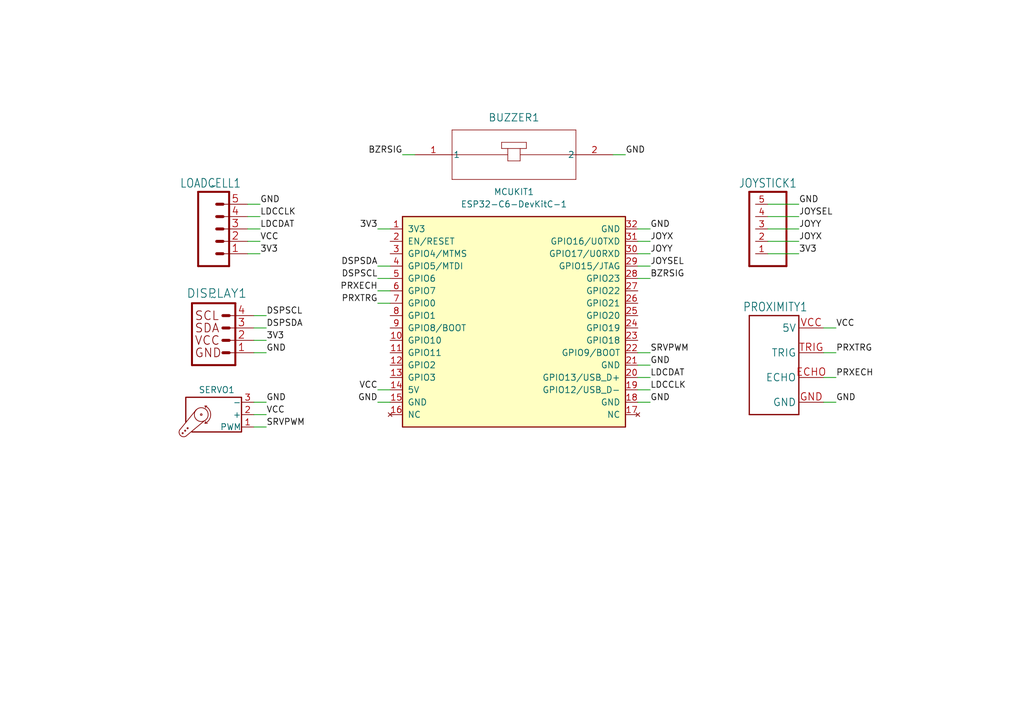
<source format=kicad_sch>
(kicad_sch (version 20250114) (generator "eeschema") (generator_version "9.0")
  (paper "A5")
  (title_block (title "PawPlans - Automatic Pet Feeder") (date "2025-03-14") (rev "0.5.0") (company "Clemson University") (comment 1 "Sriram Vishnubhotla, Logan Swoyer") (comment 2 "Team Happy Pets"))
  (lib_symbols
    (symbol "Espressif:ESP32-C6-DevKitC-1" (pin_names (offset 1.016))
      (property "Reference" "U" (at -22.86 25.4 0))
      (property "Value" "ESP32-C6-DevKitC-1" (at -22.86 22.86 0))
      (symbol "ESP32-C6-DevKitC-1_0_1"
        (rectangle (start -22.86 20.32) (end 22.86 -22.86) (stroke (width 0.254)) (fill (type background)))
      )
      (symbol "ESP32-C6-DevKitC-1_1_0"
        (pin input line (at -25.4 15.24 0) (length 2.54) (name "EN/RESET") (number "2"))
        (pin power_in line (at -25.4 -15.24 0) (length 2.54) (name "5V") (number "14"))
      )
      (symbol "ESP32-C6-DevKitC-1_1_1"
        (pin power_in line (at -25.4 17.78 0) (length 2.54) (name "3V3") (number "1"))
        (pin bidirectional line (at -25.4 12.7 0) (length 2.54) (name "GPIO4/MTMS") (number "3"))
        (pin bidirectional line (at -25.4 10.16 0) (length 2.54) (name "GPIO5/MTDI") (number "4"))
        (pin bidirectional line (at -25.4 7.62 0) (length 2.54) (name "GPIO6") (number "5"))
        (pin bidirectional line (at -25.4 5.08 0) (length 2.54) (name "GPIO7") (number "6"))
        (pin bidirectional line (at -25.4 2.54 0) (length 2.54) (name "GPIO0") (number "7"))
        (pin bidirectional line (at -25.4 0 0) (length 2.54) (name "GPIO1") (number "8"))
        (pin bidirectional line (at -25.4 -2.54 0) (length 2.54) (name "GPIO8/BOOT") (number "9"))
        (pin bidirectional line (at -25.4 -5.08 0) (length 2.54) (name "GPIO10") (number "10"))
        (pin bidirectional line (at -25.4 -7.62 0) (length 2.54) (name "GPIO11") (number "11"))
        (pin bidirectional line (at -25.4 -10.16 0) (length 2.54) (name "GPIO2") (number "12"))
        (pin bidirectional line (at -25.4 -12.7 0) (length 2.54) (name "GPIO3") (number "13"))
        (pin power_in line (at -25.4 -17.78 0) (length 2.54) (name "GND") (number "15"))
        (pin no_connect line (at -25.4 -20.32 0) (length 2.54) (name "NC") (number "16"))
        (pin power_in line (at 25.4 17.78 180) (length 2.54) (name "GND") (number "32"))
        (pin bidirectional line (at 25.4 15.24 180) (length 2.54) (name "GPIO16/U0TXD") (number "31"))
        (pin bidirectional line (at 25.4 12.7 180) (length 2.54) (name "GPIO17/U0RXD") (number "30"))
        (pin bidirectional line (at 25.4 10.16 180) (length 2.54) (name "GPIO15/JTAG") (number "29"))
        (pin bidirectional line (at 25.4 7.62 180) (length 2.54) (name "GPIO23") (number "28"))
        (pin bidirectional line (at 25.4 5.08 180) (length 2.54) (name "GPIO22") (number "27"))
        (pin bidirectional line (at 25.4 2.54 180) (length 2.54) (name "GPIO21") (number "26"))
        (pin bidirectional line (at 25.4 0 180) (length 2.54) (name "GPIO20") (number "25"))
        (pin bidirectional line (at 25.4 -2.54 180) (length 2.54) (name "GPIO19") (number "24"))
        (pin bidirectional line (at 25.4 -5.08 180) (length 2.54) (name "GPIO18") (number "23"))
        (pin bidirectional line (at 25.4 -7.62 180) (length 2.54) (name "GPIO9/BOOT") (number "22"))
        (pin power_in line (at 25.4 -10.16 180) (length 2.54) (name "GND") (number "21"))
        (pin bidirectional line (at 25.4 -12.7 180) (length 2.54) (name "GPIO13/USB_D+") (number "20"))
        (pin bidirectional line (at 25.4 -15.24 180) (length 2.54) (name "GPIO12/USB_D-") (number "19"))
        (pin power_in line (at 25.4 -17.78 180) (length 2.54) (name "GND") (number "18"))
        (pin no_connect line (at 25.4 -20.32 180) (length 2.54) (name "NC") (number "17"))
      )
    )
    (symbol "HC-SR04_1"
      (property "Reference" "J_ULTRASONIC_" (at -7.62 10.922 0))
      (symbol "HC-SR04_1_1_0"
        (polyline (pts (xy -7.62 10.16) (xy -7.62 -10.16)) (stroke (width 0.254)))
        (polyline (pts (xy -7.62 -10.16) (xy 2.54 -10.16)) (stroke (width 0.254)))
        (polyline (pts (xy 2.54 10.16) (xy -7.62 10.16)) (stroke (width 0.254)))
        (polyline (pts (xy 2.54 -10.16) (xy 2.54 10.16)) (stroke (width 0.254)))
        (pin bidirectional line (at -12.7 7.62 0) (length 5.08) (name "GND") (number "GND"))
        (pin bidirectional line (at -12.7 2.54 0) (length 5.08) (name "ECHO") (number "ECHO"))
        (pin bidirectional line (at -12.7 -2.54 0) (length 5.08) (name "TRIG") (number "TRIG"))
        (pin bidirectional line (at -12.7 -7.62 0) (length 5.08) (name "5V") (number "VCC"))
      )
    )
    (symbol "Joystick-512:pinhead_PINHD-1X5"
      (property "Reference" "JOYSTICK1" (at 2.54 2.54 0))
      (property "Value" "JOYSTICK-512" (at 2.54 0 0))
      (symbol "pinhead_PINHD-1X5_1_0"
        (polyline (pts (xy -6.35 7.62) (xy -6.35 -7.62)) (stroke (width 0.4064)))
        (polyline (pts (xy -6.35 -7.62) (xy 1.27 -7.62)) (stroke (width 0.4064)))
        (polyline (pts (xy 1.27 7.62) (xy -6.35 7.62)) (stroke (width 0.4064)))
        (polyline (pts (xy 1.27 -7.62) (xy 1.27 7.62)) (stroke (width 0.4064)))
        (pin power_in line (at -2.54 5.08 0) (length 2.54) (name "VCC") (number "1"))
        (pin bidirectional line (at -2.54 2.54 0) (length 2.54) (name "2") (number "2"))
        (pin bidirectional line (at -2.54 0 0) (length 2.54) (name "3") (number "3"))
        (pin bidirectional line (at -2.54 -2.54 0) (length 2.54) (name "4") (number "4"))
        (pin power_in line (at -2.54 -5.08 0) (length 2.54) (name "5") (number "5"))
      )
    )
    (symbol "Motor:Motor_Servo" (pin_names (offset 0.0254))
      (property "Reference" "M" (at -5.08 4.445 0))
      (property "Value" "Motor_Servo" (at -5.08 -4.064 0))
      (symbol "Motor_Servo_0_1"
        (polyline (pts (xy 2.413 1.778) (xy 1.905 1.778)))
        (polyline (pts (xy 2.413 1.778) (xy 2.286 1.397)))
        (polyline (pts (xy 2.413 -1.778) (xy 2.032 -1.778)))
        (polyline (pts (xy 2.413 -1.778) (xy 2.286 -1.397)))
        (arc (start 2.413 -1.778) (mid 1.2406 0) (end 2.413 1.778))
        (circle (center 3.175 0) (radius 0.1778))
        (circle (center 3.175 0) (radius 1.4224))
        (polyline (pts (xy 5.08 3.556) (xy -5.08 3.556) (xy -5.08 -3.556) (xy 6.35 -3.556) (xy 6.35 1.524)) (stroke (width 0.254)))
        (circle (center 5.969 2.794) (radius 0.127))
        (polyline (pts (xy 6.35 4.445) (xy 2.54 1.27)))
        (circle (center 6.477 3.302) (radius 0.127))
        (arc (start 6.35 4.445) (mid 7.4487 4.2737) (end 7.62 3.175))
        (circle (center 6.985 3.81) (radius 0.127))
        (polyline (pts (xy 7.62 3.175) (xy 4.191 -1.016)))
      )
      (symbol "Motor_Servo_1_1"
        (pin passive line (at -7.62 2.54 0) (length 2.54) (name "PWM") (number "1"))
        (pin passive line (at -7.62 0 0) (length 2.54) (name "+") (number "2"))
        (pin passive line (at -7.62 -2.54 0) (length 2.54) (name "-") (number "3"))
      )
    )
    (symbol "Murata_SMD_Buzzer_PKMCS0909E4000-R1:PKMCS0909E4000-R1" (pin_names (offset 0.254))
      (property "Reference" "X" (at 20.32 10.16 0))
      (property "Value" "PKMCS0909E4000-R1" (at 20.32 7.62 0))
      (symbol "PKMCS0909E4000-R1_0_1"
        (polyline (pts (xy 7.62 5.08) (xy 7.62 -5.08)) (stroke (width 0.127)))
        (polyline (pts (xy 7.62 0) (xy 19.05 0)) (stroke (width 0.127)))
        (polyline (pts (xy 7.62 -5.08) (xy 33.02 -5.08)) (stroke (width 0.127)))
        (polyline (pts (xy 17.78 2.54) (xy 17.78 1.27)) (stroke (width 0.127)))
        (polyline (pts (xy 17.78 2.54) (xy 22.86 2.54)) (stroke (width 0.127)))
        (polyline (pts (xy 19.05 1.27) (xy 19.05 -1.27)) (stroke (width 0.127)))
        (polyline (pts (xy 19.05 -1.27) (xy 21.59 -1.27)) (stroke (width 0.127)))
        (polyline (pts (xy 21.59 0) (xy 33.02 0)) (stroke (width 0.127)))
        (polyline (pts (xy 21.59 -1.27) (xy 21.59 1.27)) (stroke (width 0.127)))
        (polyline (pts (xy 22.86 2.54) (xy 22.86 1.27)) (stroke (width 0.127)))
        (polyline (pts (xy 22.86 1.27) (xy 17.78 1.27)) (stroke (width 0.127)))
        (polyline (pts (xy 33.02 5.08) (xy 7.62 5.08)) (stroke (width 0.127)))
        (polyline (pts (xy 33.02 -5.08) (xy 33.02 5.08)) (stroke (width 0.127)))
        (pin unspecified line (at 0 0 0) (length 7.62) (name "1") (number "1"))
        (pin unspecified line (at 40.64 0 180) (length 7.62) (name "2") (number "2"))
      )
    )
    (symbol "Qwiic_OLED_1.3in:I2C_STANDARD_NO_SILK"
      (property "Reference" "J" (at -5.08 7.874 0))
      (symbol "I2C_STANDARD_NO_SILK_1_0"
        (polyline (pts (xy -5.08 7.62) (xy -5.08 -5.08)) (stroke (width 0.4064)))
        (polyline (pts (xy -5.08 7.62) (xy 3.81 7.62)) (stroke (width 0.4064)))
        (polyline (pts (xy 1.27 5.08) (xy 2.54 5.08)) (stroke (width 0.6096)))
        (polyline (pts (xy 1.27 2.54) (xy 2.54 2.54)) (stroke (width 0.6096)))
        (polyline (pts (xy 1.27 0) (xy 2.54 0)) (stroke (width 0.6096)))
        (polyline (pts (xy 1.27 -2.54) (xy 2.54 -2.54)) (stroke (width 0.6096)))
        (polyline (pts (xy 3.81 -5.08) (xy -5.08 -5.08)) (stroke (width 0.4064)))
        (polyline (pts (xy 3.81 -5.08) (xy 3.81 7.62)) (stroke (width 0.4064)))
        (text "SCL" (at -4.572 5.08 0) (effects (font (size 1.778 1.778)) (justify left)))
        (text "SDA" (at -4.572 2.54 0) (effects (font (size 1.778 1.778)) (justify left)))
        (text "VCC" (at -4.572 0 0) (effects (font (size 1.778 1.778)) (justify left)))
        (text "GND" (at -4.572 -2.54 0) (effects (font (size 1.778 1.778)) (justify left)))
        (pin passive line (at 7.62 5.08 180) (length 5.08) (name "SCL") (number "4"))
        (pin passive line (at 7.62 2.54 180) (length 5.08) (name "SDA") (number "3"))
        (pin power_in line (at 7.62 0 180) (length 5.08) (name "VCC") (number "2"))
        (pin power_in line (at 7.62 -2.54 180) (length 5.08) (name "GND") (number "1"))
      )
    )
    (symbol "SparkFun_HX711_Load_Cell:SPARKFUN-CONNECTORS_M05PTH"
      (property "Reference" "J" (at -2.54 8.382 0))
      (symbol "SPARKFUN-CONNECTORS_M05PTH_1_0"
        (polyline (pts (xy -2.54 7.62) (xy -2.54 -7.62)) (stroke (width 0.4064)))
        (polyline (pts (xy -2.54 7.62) (xy 3.81 7.62)) (stroke (width 0.4064)))
        (polyline (pts (xy 1.27 5.08) (xy 2.54 5.08)) (stroke (width 0.6096)))
        (polyline (pts (xy 1.27 2.54) (xy 2.54 2.54)) (stroke (width 0.6096)))
        (polyline (pts (xy 1.27 0) (xy 2.54 0)) (stroke (width 0.6096)))
        (polyline (pts (xy 1.27 -2.54) (xy 2.54 -2.54)) (stroke (width 0.6096)))
        (polyline (pts (xy 1.27 -5.08) (xy 2.54 -5.08)) (stroke (width 0.6096)))
        (polyline (pts (xy 3.81 -7.62) (xy -2.54 -7.62)) (stroke (width 0.4064)))
        (polyline (pts (xy 3.81 -7.62) (xy 3.81 7.62)) (stroke (width 0.4064)))
        (pin passive line (at 7.62 5.08 180) (length 5.08) (name "5") (number "5"))
        (pin passive line (at 7.62 2.54 180) (length 5.08) (name "4") (number "4"))
        (pin passive line (at 7.62 0 180) (length 5.08) (name "3") (number "3"))
        (pin passive line (at 7.62 -2.54 180) (length 5.08) (name "2") (number "2"))
        (pin passive line (at 7.62 -5.08 180) (length 5.08) (name "1") (number "1"))
      )
    )
  )
  (wire (pts (xy 163.83 52.07) (xy 157.48 52.07)))
  (wire (pts (xy 130.81 74.93) (xy 133.35 74.93)))
  (wire (pts (xy 77.47 46.99) (xy 80.01 46.99)))
  (wire (pts (xy 163.83 44.45) (xy 157.48 44.45)))
  (wire (pts (xy 54.61 85.09) (xy 52.07 85.09)))
  (wire (pts (xy 80.01 62.23) (xy 77.47 62.23)))
  (wire (pts (xy 77.47 54.61) (xy 80.01 54.61)))
  (wire (pts (xy 82.55 31.75) (xy 85.09 31.75)))
  (wire (pts (xy 133.35 49.53) (xy 130.81 49.53)))
  (wire (pts (xy 133.35 46.99) (xy 130.81 46.99)))
  (wire (pts (xy 128.27 31.75) (xy 125.73 31.75)))
  (wire (pts (xy 133.35 82.55) (xy 130.81 82.55)))
  (wire (pts (xy 80.01 59.69) (xy 77.47 59.69)))
  (wire (pts (xy 163.83 49.53) (xy 157.48 49.53)))
  (wire (pts (xy 133.35 80.01) (xy 130.81 80.01)))
  (wire (pts (xy 133.35 52.07) (xy 130.81 52.07)))
  (wire (pts (xy 53.34 49.53) (xy 50.8 49.53)))
  (wire (pts (xy 52.07 64.77) (xy 54.61 64.77)))
  (wire (pts (xy 171.45 77.47) (xy 168.91 77.47)))
  (wire (pts (xy 168.91 72.39) (xy 171.45 72.39)))
  (wire (pts (xy 163.83 46.99) (xy 157.48 46.99)))
  (wire (pts (xy 53.34 46.99) (xy 50.8 46.99)))
  (wire (pts (xy 54.61 82.55) (xy 52.07 82.55)))
  (wire (pts (xy 171.45 82.55) (xy 168.91 82.55)))
  (wire (pts (xy 52.07 67.31) (xy 54.61 67.31)))
  (wire (pts (xy 133.35 72.39) (xy 130.81 72.39)))
  (wire (pts (xy 133.35 77.47) (xy 130.81 77.47)))
  (wire (pts (xy 163.83 41.91) (xy 157.48 41.91)))
  (wire (pts (xy 53.34 41.91) (xy 50.8 41.91)))
  (wire (pts (xy 54.61 87.63) (xy 52.07 87.63)))
  (wire (pts (xy 171.45 67.31) (xy 168.91 67.31)))
  (wire (pts (xy 54.61 69.85) (xy 52.07 69.85)))
  (wire (pts (xy 77.47 82.55) (xy 80.01 82.55)))
  (wire (pts (xy 77.47 57.15) (xy 80.01 57.15)))
  (wire (pts (xy 53.34 52.07) (xy 50.8 52.07)))
  (wire (pts (xy 130.81 57.15) (xy 133.35 57.15)))
  (wire (pts (xy 54.61 72.39) (xy 52.07 72.39)))
  (wire (pts (xy 133.35 54.61) (xy 130.81 54.61)))
  (wire (pts (xy 77.47 80.01) (xy 80.01 80.01)))
  (wire (pts (xy 53.34 44.45) (xy 50.8 44.45)))
  (label "3V3" (at 54.61 69.85 0))
  (label "VCC" (at 54.61 85.09 0))
  (label "DSPSDA" (at 77.47 54.61 180))
  (label "JOYX" (at 163.83 49.53 0))
  (label "PRXECH" (at 171.45 77.47 0))
  (label "GND" (at 77.47 82.55 180))
  (label "GND" (at 54.61 72.39 0))
  (label "SRVPWM" (at 133.35 72.39 0))
  (label "GND" (at 171.45 82.55 0))
  (label "GND" (at 133.35 74.93 0))
  (label "DSPSCL" (at 77.47 57.15 180))
  (label "BZRSIG" (at 133.35 57.15 0))
  (label "VCC" (at 53.34 49.53 0))
  (label "GND" (at 133.35 82.55 0))
  (label "JOYSEL" (at 163.83 44.45 0))
  (label "LDCDAT" (at 133.35 77.47 0))
  (label "GND" (at 133.35 46.99 0))
  (label "DSPSDA" (at 54.61 67.31 0))
  (label "JOYY" (at 163.83 46.99 0))
  (label "JOYX" (at 133.35 49.53 0))
  (label "GND" (at 54.61 82.55 0))
  (label "LDCCLK" (at 53.34 44.45 0))
  (label "3V3" (at 163.83 52.07 0))
  (label "JOYSEL" (at 133.35 54.61 0))
  (label "GND" (at 163.83 41.91 0))
  (label "GND" (at 53.34 41.91 0))
  (label "PRXTRG" (at 171.45 72.39 0))
  (label "LDCDAT" (at 53.34 46.99 0))
  (label "JOYY" (at 133.35 52.07 0))
  (label "3V3" (at 53.34 52.07 0))
  (label "PRXTRG" (at 77.47 62.23 180))
  (label "BZRSIG" (at 82.55 31.75 180))
  (label "3V3" (at 77.47 46.99 180))
  (label "LDCCLK" (at 133.35 80.01 0))
  (label "PRXECH" (at 77.47 59.69 180))
  (label "GND" (at 128.27 31.75 0))
  (label "SRVPWM" (at 54.61 87.63 0))
  (label "VCC" (at 171.45 67.31 0))
  (label "DSPSCL" (at 54.61 64.77 0))
  (label "VCC" (at 77.47 80.01 180))
  (symbol (lib_id "SparkFun_HX711_Load_Cell:SPARKFUN-CONNECTORS_M05PTH") (at 43.18 46.99 0) (unit 1)
    (property "Reference" "LOADCELL1" (at 43.18 37.592 0) (effects (font (size 1.778 1.5113))))
    (property "Value" "~" (at 43.815 38.1 0) (effects (font (size 1.778 1.5113))))
    (property "Footprint" "SparkFun_HX711_Load_Cell_Amplifier_SEN-13879:SPARKFUN-CONNECTORS_1X05" (effects (hide yes)))
    (property "Description" "Header 5 Standard 5-pin 0.1\" header. Use with straight break away headers (SKU : PRT-00116), right angle break away headers (PRT-00553), swiss pins (PRT-00743), machine pins (PRT-00117), and female headers (PRT-00115). Molex polarized connector foot print use with SKU : PRT-08230 with associated crimp pins and housings." (effects (hide yes)))
  )
  (symbol (lib_id "Qwiic_OLED_1.3in:I2C_STANDARD_NO_SILK") (at 44.45 69.85 0) (unit 1)
    (property "Reference" "DISPLAY1" (at 44.45 60.198 0) (effects (font (size 1.778 1.778))))
    (property "Value" "~" (at 43.815 60.96 0) (effects (font (size 1.778 1.778))))
    (property "Footprint" "SparkFun_Qwiic_OLED_128x64_LCD-23453:SPARKX_1X04" (effects (hide yes)))
    (property "Description" "SparkFun I2C Standard Pinout Header\n\nSparkFun has standardized on a pinout for all I2C based sensor breakouts.\n\nThis pinout allows I2C boards to be plugged directly into the headers on Arduino Uno compatible boards, and to be daisy chained easily.\n\nExample SparkFun Products:\n\n• https://www.sparkfun.com/products/13676 SparkFun Atmospheric Sensor Breakout - BME280\n• SparkFun Altitude/Pressure Sensor Breakout - MPL3115A2\n• SparkFun TOF Range Finder Sensor - VL6180" (effects (hide yes)))
  )
  (symbol (lib_name "HC-SR04_1") (lib_id "Ultrasonic Sensor HC-SR04:HC-SR04") (at 156.21 74.93 180) (unit 1)
    (property "Reference" "PROXIMITY1" (at 159.004 62.992 0) (effects (font (size 1.778 1.5113))))
    (property "Footprint" "Ultrasonic_Proximity_Sensor_HC-SR04:HC-SR04_FOOTPRINT" (effects (hide yes)))
    (property "Description" "Ultrasonic Sensor HC-SR04" (effects (hide yes)))
  )
  (symbol (lib_id "Motor:Motor_Servo") (at 44.45 85.09 180) (unit 1)
    (property "Reference" "SERVO1" (at 44.45 80.01 0))
    (property "Value" "Motor_Servo" (effects (hide yes)))
    (property "Footprint" "Connector_PinHeader_2.00mm:PinHeader_1x03_P2.00mm_Vertical" (effects (hide yes)))
    (property "Datasheet" "http://forums.parallax.com/uploads/attachments/46831/74481.png" (effects (hide yes)))
    (property "Description" "Servo Motor (Futaba, HiTec, JR connector)" (effects (hide yes)))
  )
  (symbol (lib_id "Joystick-512:pinhead_PINHD-1X5") (at 154.94 46.99 180) (unit 1)
    (property "Reference" "JOYSTICK1" (at 157.48 37.592 0) (effects (font (size 1.778 1.5113))))
    (property "Value" "JOYSTICK-512" (effects (hide yes)))
    (property "Footprint" "Adafruit_Joystick_512:PINHEAD_1X05" (effects (hide yes)))
    (property "Description" "PIN HEADER" (effects (hide yes)))
  )
  (symbol (lib_id "Murata_SMD_Buzzer_PKMCS0909E4000-R1:PKMCS0909E4000-R1") (at 85.09 31.75 0) (unit 1)
    (property "Reference" "BUZZER1" (at 105.41 24.13 0) (effects (font (size 1.524 1.524))))
    (property "Value" "PKMCS0909E4000-R1" (effects (hide yes)))
    (property "Footprint" "Murata_SMD_Buzzer_PKMCS0909E4000-R1:PKMCS0909E4000-R1_MUR" (effects (hide yes)))
    (property "Datasheet" "PKMCS0909E4000-R1" (effects (hide yes)))
  )
  (symbol (lib_id "Espressif:ESP32-C6-DevKitC-1") (at 105.41 64.77 0) (unit 1)
    (property "Reference" "MCUKIT1" (at 105.41 39.37 0))
    (property "Value" "ESP32-C6-DevKitC-1" (at 105.41 41.91 0))
    (property "Footprint" "Espressif_ESP32:ESP32-C6-DevKitC-1" (effects (hide yes)))
    (property "Datasheet" "https://docs.espressif.com/projects/espressif-esp-dev-kits/en/latest/esp32c6/esp32-c6-devkitc-1/user_guide.html" (effects (hide yes)))
    (property "Description" "ESP32-C6-DevKitC-1" (effects (hide yes)))
  )
)
</source>
